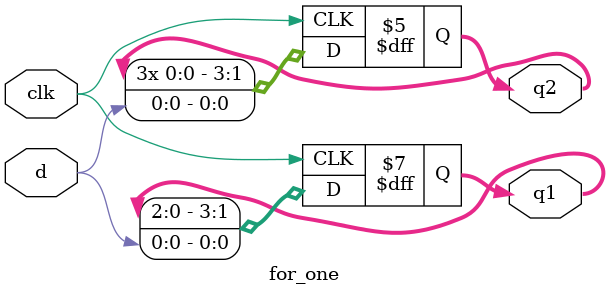
<source format=v>
module for_one (clk, d, q1, q2);
input clk, d;
output [3:0] q1, q2;
reg [3:0] q1, q2;
integer i;

//使用for迴圈，阻隔性指定敘述
always @ (posedge clk) begin
  for (i = 3; i > 0; i = i - 1)
    q1[i] <= q1[i-1];
  q1[0] = d;
end

always @ (posedge clk) begin
  for (i = 1; i <= 3; i = i + 1)
    q2[i] = q2[i-1];
  q2[0] = d;
end
endmodule // for_one

</source>
